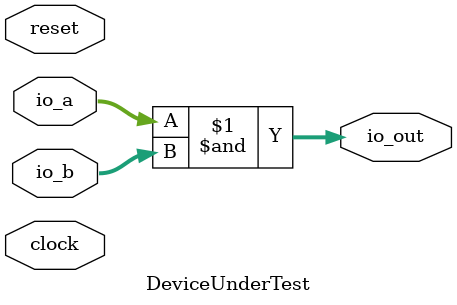
<source format=v>
module DeviceUnderTest(
  input        clock,
  input        reset,
  input  [4:0] io_a,
  input  [4:0] io_b,
  output [4:0] io_out
);
  assign io_out = io_a & io_b; // @[DeviceUnderTest.scala 12:10]
endmodule

</source>
